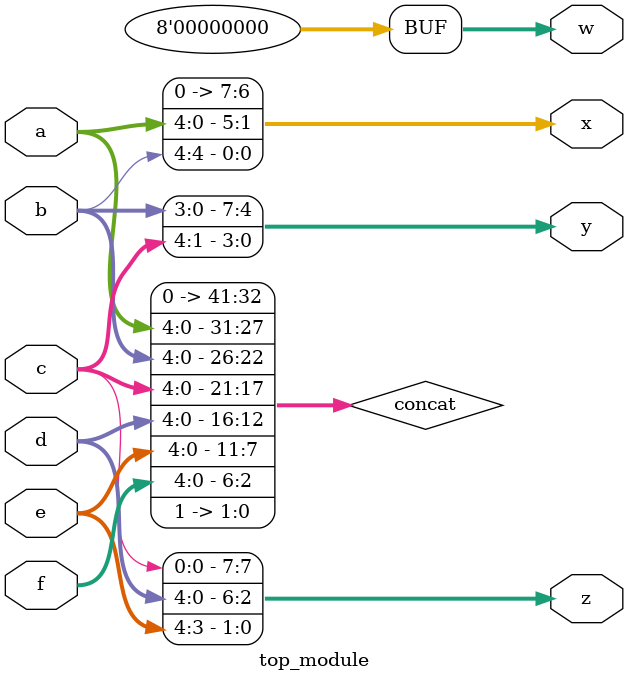
<source format=sv>
module top_module (
    input [4:0] a,
    input [4:0] b,
    input [4:0] c,
    input [4:0] d,
    input [4:0] e,
    input [4:0] f,
    output [7:0] w,
    output [7:0] x,
    output [7:0] y,
    output [7:0] z
);

    wire [41:0] concat;
    assign concat = {a, b, c, d, e, f, 2'b11};

    assign w = concat[41:34];
    assign x = concat[33:26];
    assign y = concat[25:18];
    assign z = concat[17:10];

endmodule

</source>
